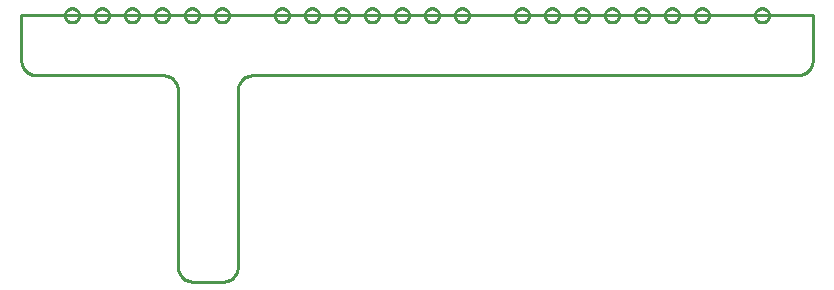
<source format=gbr>
G04 EAGLE Gerber RS-274X export*
G75*
%MOMM*%
%FSLAX34Y34*%
%LPD*%
%IN*%
%IPPOS*%
%AMOC8*
5,1,8,0,0,1.08239X$1,22.5*%
G01*
%ADD10C,0.254000*%


D10*
X7938Y190500D02*
X7986Y189393D01*
X8130Y188295D01*
X8370Y187213D01*
X8703Y186156D01*
X9127Y185133D01*
X9639Y184150D01*
X10234Y183216D01*
X10909Y182337D01*
X11657Y181520D01*
X12474Y180771D01*
X13353Y180097D01*
X14288Y179501D01*
X15270Y178990D01*
X16294Y178566D01*
X17351Y178233D01*
X18432Y177993D01*
X19531Y177848D01*
X20638Y177800D01*
X127794Y177800D01*
X128901Y177752D01*
X129999Y177607D01*
X131081Y177367D01*
X132137Y177034D01*
X133161Y176610D01*
X134144Y176099D01*
X135078Y175503D01*
X135957Y174829D01*
X136774Y174080D01*
X137523Y173263D01*
X138197Y172384D01*
X138792Y171450D01*
X139304Y170467D01*
X139728Y169444D01*
X140061Y168387D01*
X140301Y167305D01*
X140445Y166207D01*
X140494Y165100D01*
X140494Y15875D01*
X140542Y14768D01*
X140687Y13670D01*
X140927Y12588D01*
X141260Y11531D01*
X141684Y10508D01*
X142195Y9525D01*
X142791Y8591D01*
X143465Y7712D01*
X144214Y6895D01*
X145030Y6146D01*
X145909Y5472D01*
X146844Y4876D01*
X147827Y4365D01*
X148850Y3941D01*
X149907Y3608D01*
X150988Y3368D01*
X152087Y3223D01*
X153194Y3175D01*
X178594Y3175D01*
X179701Y3223D01*
X180799Y3368D01*
X181881Y3608D01*
X182937Y3941D01*
X183961Y4365D01*
X184944Y4876D01*
X185878Y5472D01*
X186757Y6146D01*
X187574Y6895D01*
X188323Y7712D01*
X188997Y8591D01*
X189592Y9525D01*
X190104Y10508D01*
X190528Y11531D01*
X190861Y12588D01*
X191101Y13670D01*
X191245Y14768D01*
X191294Y15875D01*
X191294Y165100D01*
X191342Y166207D01*
X191487Y167305D01*
X191727Y168387D01*
X192060Y169444D01*
X192484Y170467D01*
X192995Y171450D01*
X193591Y172384D01*
X194265Y173263D01*
X195014Y174080D01*
X195830Y174829D01*
X196709Y175503D01*
X197644Y176099D01*
X198627Y176610D01*
X199650Y177034D01*
X200707Y177367D01*
X201788Y177607D01*
X202887Y177752D01*
X203994Y177800D01*
X665163Y177800D01*
X666269Y177848D01*
X667368Y177993D01*
X668450Y178233D01*
X669506Y178566D01*
X670530Y178990D01*
X671513Y179501D01*
X672447Y180097D01*
X673326Y180771D01*
X674143Y181520D01*
X674891Y182337D01*
X675566Y183216D01*
X676161Y184150D01*
X676673Y185133D01*
X677097Y186156D01*
X677430Y187213D01*
X677670Y188295D01*
X677814Y189393D01*
X677863Y190500D01*
X677863Y228600D01*
X7938Y228600D01*
X7938Y190500D01*
X56800Y228263D02*
X56725Y227593D01*
X56575Y226936D01*
X56352Y226300D01*
X56060Y225693D01*
X55701Y225123D01*
X55281Y224596D01*
X54804Y224119D01*
X54278Y223699D01*
X53707Y223340D01*
X53100Y223048D01*
X52464Y222825D01*
X51807Y222675D01*
X51137Y222600D01*
X50463Y222600D01*
X49793Y222675D01*
X49136Y222825D01*
X48500Y223048D01*
X47893Y223340D01*
X47323Y223699D01*
X46796Y224119D01*
X46319Y224596D01*
X45899Y225123D01*
X45540Y225693D01*
X45248Y226300D01*
X45025Y226936D01*
X44875Y227593D01*
X44800Y228263D01*
X44800Y228937D01*
X44875Y229607D01*
X45025Y230264D01*
X45248Y230900D01*
X45540Y231507D01*
X45899Y232078D01*
X46319Y232604D01*
X46796Y233081D01*
X47323Y233501D01*
X47893Y233860D01*
X48500Y234152D01*
X49136Y234375D01*
X49793Y234525D01*
X50463Y234600D01*
X51137Y234600D01*
X51807Y234525D01*
X52464Y234375D01*
X53100Y234152D01*
X53707Y233860D01*
X54278Y233501D01*
X54804Y233081D01*
X55281Y232604D01*
X55701Y232078D01*
X56060Y231507D01*
X56352Y230900D01*
X56575Y230264D01*
X56725Y229607D01*
X56800Y228937D01*
X56800Y228263D01*
X82200Y228263D02*
X82125Y227593D01*
X81975Y226936D01*
X81752Y226300D01*
X81460Y225693D01*
X81101Y225123D01*
X80681Y224596D01*
X80204Y224119D01*
X79678Y223699D01*
X79107Y223340D01*
X78500Y223048D01*
X77864Y222825D01*
X77207Y222675D01*
X76537Y222600D01*
X75863Y222600D01*
X75193Y222675D01*
X74536Y222825D01*
X73900Y223048D01*
X73293Y223340D01*
X72723Y223699D01*
X72196Y224119D01*
X71719Y224596D01*
X71299Y225123D01*
X70940Y225693D01*
X70648Y226300D01*
X70425Y226936D01*
X70275Y227593D01*
X70200Y228263D01*
X70200Y228937D01*
X70275Y229607D01*
X70425Y230264D01*
X70648Y230900D01*
X70940Y231507D01*
X71299Y232078D01*
X71719Y232604D01*
X72196Y233081D01*
X72723Y233501D01*
X73293Y233860D01*
X73900Y234152D01*
X74536Y234375D01*
X75193Y234525D01*
X75863Y234600D01*
X76537Y234600D01*
X77207Y234525D01*
X77864Y234375D01*
X78500Y234152D01*
X79107Y233860D01*
X79678Y233501D01*
X80204Y233081D01*
X80681Y232604D01*
X81101Y232078D01*
X81460Y231507D01*
X81752Y230900D01*
X81975Y230264D01*
X82125Y229607D01*
X82200Y228937D01*
X82200Y228263D01*
X107600Y228263D02*
X107525Y227593D01*
X107375Y226936D01*
X107152Y226300D01*
X106860Y225693D01*
X106501Y225123D01*
X106081Y224596D01*
X105604Y224119D01*
X105078Y223699D01*
X104507Y223340D01*
X103900Y223048D01*
X103264Y222825D01*
X102607Y222675D01*
X101937Y222600D01*
X101263Y222600D01*
X100593Y222675D01*
X99936Y222825D01*
X99300Y223048D01*
X98693Y223340D01*
X98123Y223699D01*
X97596Y224119D01*
X97119Y224596D01*
X96699Y225123D01*
X96340Y225693D01*
X96048Y226300D01*
X95825Y226936D01*
X95675Y227593D01*
X95600Y228263D01*
X95600Y228937D01*
X95675Y229607D01*
X95825Y230264D01*
X96048Y230900D01*
X96340Y231507D01*
X96699Y232078D01*
X97119Y232604D01*
X97596Y233081D01*
X98123Y233501D01*
X98693Y233860D01*
X99300Y234152D01*
X99936Y234375D01*
X100593Y234525D01*
X101263Y234600D01*
X101937Y234600D01*
X102607Y234525D01*
X103264Y234375D01*
X103900Y234152D01*
X104507Y233860D01*
X105078Y233501D01*
X105604Y233081D01*
X106081Y232604D01*
X106501Y232078D01*
X106860Y231507D01*
X107152Y230900D01*
X107375Y230264D01*
X107525Y229607D01*
X107600Y228937D01*
X107600Y228263D01*
X133000Y228263D02*
X132925Y227593D01*
X132775Y226936D01*
X132552Y226300D01*
X132260Y225693D01*
X131901Y225123D01*
X131481Y224596D01*
X131004Y224119D01*
X130478Y223699D01*
X129907Y223340D01*
X129300Y223048D01*
X128664Y222825D01*
X128007Y222675D01*
X127337Y222600D01*
X126663Y222600D01*
X125993Y222675D01*
X125336Y222825D01*
X124700Y223048D01*
X124093Y223340D01*
X123523Y223699D01*
X122996Y224119D01*
X122519Y224596D01*
X122099Y225123D01*
X121740Y225693D01*
X121448Y226300D01*
X121225Y226936D01*
X121075Y227593D01*
X121000Y228263D01*
X121000Y228937D01*
X121075Y229607D01*
X121225Y230264D01*
X121448Y230900D01*
X121740Y231507D01*
X122099Y232078D01*
X122519Y232604D01*
X122996Y233081D01*
X123523Y233501D01*
X124093Y233860D01*
X124700Y234152D01*
X125336Y234375D01*
X125993Y234525D01*
X126663Y234600D01*
X127337Y234600D01*
X128007Y234525D01*
X128664Y234375D01*
X129300Y234152D01*
X129907Y233860D01*
X130478Y233501D01*
X131004Y233081D01*
X131481Y232604D01*
X131901Y232078D01*
X132260Y231507D01*
X132552Y230900D01*
X132775Y230264D01*
X132925Y229607D01*
X133000Y228937D01*
X133000Y228263D01*
X158400Y228263D02*
X158325Y227593D01*
X158175Y226936D01*
X157952Y226300D01*
X157660Y225693D01*
X157301Y225123D01*
X156881Y224596D01*
X156404Y224119D01*
X155878Y223699D01*
X155307Y223340D01*
X154700Y223048D01*
X154064Y222825D01*
X153407Y222675D01*
X152737Y222600D01*
X152063Y222600D01*
X151393Y222675D01*
X150736Y222825D01*
X150100Y223048D01*
X149493Y223340D01*
X148923Y223699D01*
X148396Y224119D01*
X147919Y224596D01*
X147499Y225123D01*
X147140Y225693D01*
X146848Y226300D01*
X146625Y226936D01*
X146475Y227593D01*
X146400Y228263D01*
X146400Y228937D01*
X146475Y229607D01*
X146625Y230264D01*
X146848Y230900D01*
X147140Y231507D01*
X147499Y232078D01*
X147919Y232604D01*
X148396Y233081D01*
X148923Y233501D01*
X149493Y233860D01*
X150100Y234152D01*
X150736Y234375D01*
X151393Y234525D01*
X152063Y234600D01*
X152737Y234600D01*
X153407Y234525D01*
X154064Y234375D01*
X154700Y234152D01*
X155307Y233860D01*
X155878Y233501D01*
X156404Y233081D01*
X156881Y232604D01*
X157301Y232078D01*
X157660Y231507D01*
X157952Y230900D01*
X158175Y230264D01*
X158325Y229607D01*
X158400Y228937D01*
X158400Y228263D01*
X183800Y228263D02*
X183725Y227593D01*
X183575Y226936D01*
X183352Y226300D01*
X183060Y225693D01*
X182701Y225123D01*
X182281Y224596D01*
X181804Y224119D01*
X181278Y223699D01*
X180707Y223340D01*
X180100Y223048D01*
X179464Y222825D01*
X178807Y222675D01*
X178137Y222600D01*
X177463Y222600D01*
X176793Y222675D01*
X176136Y222825D01*
X175500Y223048D01*
X174893Y223340D01*
X174323Y223699D01*
X173796Y224119D01*
X173319Y224596D01*
X172899Y225123D01*
X172540Y225693D01*
X172248Y226300D01*
X172025Y226936D01*
X171875Y227593D01*
X171800Y228263D01*
X171800Y228937D01*
X171875Y229607D01*
X172025Y230264D01*
X172248Y230900D01*
X172540Y231507D01*
X172899Y232078D01*
X173319Y232604D01*
X173796Y233081D01*
X174323Y233501D01*
X174893Y233860D01*
X175500Y234152D01*
X176136Y234375D01*
X176793Y234525D01*
X177463Y234600D01*
X178137Y234600D01*
X178807Y234525D01*
X179464Y234375D01*
X180100Y234152D01*
X180707Y233860D01*
X181278Y233501D01*
X181804Y233081D01*
X182281Y232604D01*
X182701Y232078D01*
X183060Y231507D01*
X183352Y230900D01*
X183575Y230264D01*
X183725Y229607D01*
X183800Y228937D01*
X183800Y228263D01*
X234600Y228263D02*
X234525Y227593D01*
X234375Y226936D01*
X234152Y226300D01*
X233860Y225693D01*
X233501Y225123D01*
X233081Y224596D01*
X232604Y224119D01*
X232078Y223699D01*
X231507Y223340D01*
X230900Y223048D01*
X230264Y222825D01*
X229607Y222675D01*
X228937Y222600D01*
X228263Y222600D01*
X227593Y222675D01*
X226936Y222825D01*
X226300Y223048D01*
X225693Y223340D01*
X225123Y223699D01*
X224596Y224119D01*
X224119Y224596D01*
X223699Y225123D01*
X223340Y225693D01*
X223048Y226300D01*
X222825Y226936D01*
X222675Y227593D01*
X222600Y228263D01*
X222600Y228937D01*
X222675Y229607D01*
X222825Y230264D01*
X223048Y230900D01*
X223340Y231507D01*
X223699Y232078D01*
X224119Y232604D01*
X224596Y233081D01*
X225123Y233501D01*
X225693Y233860D01*
X226300Y234152D01*
X226936Y234375D01*
X227593Y234525D01*
X228263Y234600D01*
X228937Y234600D01*
X229607Y234525D01*
X230264Y234375D01*
X230900Y234152D01*
X231507Y233860D01*
X232078Y233501D01*
X232604Y233081D01*
X233081Y232604D01*
X233501Y232078D01*
X233860Y231507D01*
X234152Y230900D01*
X234375Y230264D01*
X234525Y229607D01*
X234600Y228937D01*
X234600Y228263D01*
X260000Y228263D02*
X259925Y227593D01*
X259775Y226936D01*
X259552Y226300D01*
X259260Y225693D01*
X258901Y225123D01*
X258481Y224596D01*
X258004Y224119D01*
X257478Y223699D01*
X256907Y223340D01*
X256300Y223048D01*
X255664Y222825D01*
X255007Y222675D01*
X254337Y222600D01*
X253663Y222600D01*
X252993Y222675D01*
X252336Y222825D01*
X251700Y223048D01*
X251093Y223340D01*
X250523Y223699D01*
X249996Y224119D01*
X249519Y224596D01*
X249099Y225123D01*
X248740Y225693D01*
X248448Y226300D01*
X248225Y226936D01*
X248075Y227593D01*
X248000Y228263D01*
X248000Y228937D01*
X248075Y229607D01*
X248225Y230264D01*
X248448Y230900D01*
X248740Y231507D01*
X249099Y232078D01*
X249519Y232604D01*
X249996Y233081D01*
X250523Y233501D01*
X251093Y233860D01*
X251700Y234152D01*
X252336Y234375D01*
X252993Y234525D01*
X253663Y234600D01*
X254337Y234600D01*
X255007Y234525D01*
X255664Y234375D01*
X256300Y234152D01*
X256907Y233860D01*
X257478Y233501D01*
X258004Y233081D01*
X258481Y232604D01*
X258901Y232078D01*
X259260Y231507D01*
X259552Y230900D01*
X259775Y230264D01*
X259925Y229607D01*
X260000Y228937D01*
X260000Y228263D01*
X285400Y228263D02*
X285325Y227593D01*
X285175Y226936D01*
X284952Y226300D01*
X284660Y225693D01*
X284301Y225123D01*
X283881Y224596D01*
X283404Y224119D01*
X282878Y223699D01*
X282307Y223340D01*
X281700Y223048D01*
X281064Y222825D01*
X280407Y222675D01*
X279737Y222600D01*
X279063Y222600D01*
X278393Y222675D01*
X277736Y222825D01*
X277100Y223048D01*
X276493Y223340D01*
X275923Y223699D01*
X275396Y224119D01*
X274919Y224596D01*
X274499Y225123D01*
X274140Y225693D01*
X273848Y226300D01*
X273625Y226936D01*
X273475Y227593D01*
X273400Y228263D01*
X273400Y228937D01*
X273475Y229607D01*
X273625Y230264D01*
X273848Y230900D01*
X274140Y231507D01*
X274499Y232078D01*
X274919Y232604D01*
X275396Y233081D01*
X275923Y233501D01*
X276493Y233860D01*
X277100Y234152D01*
X277736Y234375D01*
X278393Y234525D01*
X279063Y234600D01*
X279737Y234600D01*
X280407Y234525D01*
X281064Y234375D01*
X281700Y234152D01*
X282307Y233860D01*
X282878Y233501D01*
X283404Y233081D01*
X283881Y232604D01*
X284301Y232078D01*
X284660Y231507D01*
X284952Y230900D01*
X285175Y230264D01*
X285325Y229607D01*
X285400Y228937D01*
X285400Y228263D01*
X310800Y228263D02*
X310725Y227593D01*
X310575Y226936D01*
X310352Y226300D01*
X310060Y225693D01*
X309701Y225123D01*
X309281Y224596D01*
X308804Y224119D01*
X308278Y223699D01*
X307707Y223340D01*
X307100Y223048D01*
X306464Y222825D01*
X305807Y222675D01*
X305137Y222600D01*
X304463Y222600D01*
X303793Y222675D01*
X303136Y222825D01*
X302500Y223048D01*
X301893Y223340D01*
X301323Y223699D01*
X300796Y224119D01*
X300319Y224596D01*
X299899Y225123D01*
X299540Y225693D01*
X299248Y226300D01*
X299025Y226936D01*
X298875Y227593D01*
X298800Y228263D01*
X298800Y228937D01*
X298875Y229607D01*
X299025Y230264D01*
X299248Y230900D01*
X299540Y231507D01*
X299899Y232078D01*
X300319Y232604D01*
X300796Y233081D01*
X301323Y233501D01*
X301893Y233860D01*
X302500Y234152D01*
X303136Y234375D01*
X303793Y234525D01*
X304463Y234600D01*
X305137Y234600D01*
X305807Y234525D01*
X306464Y234375D01*
X307100Y234152D01*
X307707Y233860D01*
X308278Y233501D01*
X308804Y233081D01*
X309281Y232604D01*
X309701Y232078D01*
X310060Y231507D01*
X310352Y230900D01*
X310575Y230264D01*
X310725Y229607D01*
X310800Y228937D01*
X310800Y228263D01*
X336200Y228263D02*
X336125Y227593D01*
X335975Y226936D01*
X335752Y226300D01*
X335460Y225693D01*
X335101Y225123D01*
X334681Y224596D01*
X334204Y224119D01*
X333678Y223699D01*
X333107Y223340D01*
X332500Y223048D01*
X331864Y222825D01*
X331207Y222675D01*
X330537Y222600D01*
X329863Y222600D01*
X329193Y222675D01*
X328536Y222825D01*
X327900Y223048D01*
X327293Y223340D01*
X326723Y223699D01*
X326196Y224119D01*
X325719Y224596D01*
X325299Y225123D01*
X324940Y225693D01*
X324648Y226300D01*
X324425Y226936D01*
X324275Y227593D01*
X324200Y228263D01*
X324200Y228937D01*
X324275Y229607D01*
X324425Y230264D01*
X324648Y230900D01*
X324940Y231507D01*
X325299Y232078D01*
X325719Y232604D01*
X326196Y233081D01*
X326723Y233501D01*
X327293Y233860D01*
X327900Y234152D01*
X328536Y234375D01*
X329193Y234525D01*
X329863Y234600D01*
X330537Y234600D01*
X331207Y234525D01*
X331864Y234375D01*
X332500Y234152D01*
X333107Y233860D01*
X333678Y233501D01*
X334204Y233081D01*
X334681Y232604D01*
X335101Y232078D01*
X335460Y231507D01*
X335752Y230900D01*
X335975Y230264D01*
X336125Y229607D01*
X336200Y228937D01*
X336200Y228263D01*
X361600Y228263D02*
X361525Y227593D01*
X361375Y226936D01*
X361152Y226300D01*
X360860Y225693D01*
X360501Y225123D01*
X360081Y224596D01*
X359604Y224119D01*
X359078Y223699D01*
X358507Y223340D01*
X357900Y223048D01*
X357264Y222825D01*
X356607Y222675D01*
X355937Y222600D01*
X355263Y222600D01*
X354593Y222675D01*
X353936Y222825D01*
X353300Y223048D01*
X352693Y223340D01*
X352123Y223699D01*
X351596Y224119D01*
X351119Y224596D01*
X350699Y225123D01*
X350340Y225693D01*
X350048Y226300D01*
X349825Y226936D01*
X349675Y227593D01*
X349600Y228263D01*
X349600Y228937D01*
X349675Y229607D01*
X349825Y230264D01*
X350048Y230900D01*
X350340Y231507D01*
X350699Y232078D01*
X351119Y232604D01*
X351596Y233081D01*
X352123Y233501D01*
X352693Y233860D01*
X353300Y234152D01*
X353936Y234375D01*
X354593Y234525D01*
X355263Y234600D01*
X355937Y234600D01*
X356607Y234525D01*
X357264Y234375D01*
X357900Y234152D01*
X358507Y233860D01*
X359078Y233501D01*
X359604Y233081D01*
X360081Y232604D01*
X360501Y232078D01*
X360860Y231507D01*
X361152Y230900D01*
X361375Y230264D01*
X361525Y229607D01*
X361600Y228937D01*
X361600Y228263D01*
X387000Y228263D02*
X386925Y227593D01*
X386775Y226936D01*
X386552Y226300D01*
X386260Y225693D01*
X385901Y225123D01*
X385481Y224596D01*
X385004Y224119D01*
X384478Y223699D01*
X383907Y223340D01*
X383300Y223048D01*
X382664Y222825D01*
X382007Y222675D01*
X381337Y222600D01*
X380663Y222600D01*
X379993Y222675D01*
X379336Y222825D01*
X378700Y223048D01*
X378093Y223340D01*
X377523Y223699D01*
X376996Y224119D01*
X376519Y224596D01*
X376099Y225123D01*
X375740Y225693D01*
X375448Y226300D01*
X375225Y226936D01*
X375075Y227593D01*
X375000Y228263D01*
X375000Y228937D01*
X375075Y229607D01*
X375225Y230264D01*
X375448Y230900D01*
X375740Y231507D01*
X376099Y232078D01*
X376519Y232604D01*
X376996Y233081D01*
X377523Y233501D01*
X378093Y233860D01*
X378700Y234152D01*
X379336Y234375D01*
X379993Y234525D01*
X380663Y234600D01*
X381337Y234600D01*
X382007Y234525D01*
X382664Y234375D01*
X383300Y234152D01*
X383907Y233860D01*
X384478Y233501D01*
X385004Y233081D01*
X385481Y232604D01*
X385901Y232078D01*
X386260Y231507D01*
X386552Y230900D01*
X386775Y230264D01*
X386925Y229607D01*
X387000Y228937D01*
X387000Y228263D01*
X437800Y228263D02*
X437725Y227593D01*
X437575Y226936D01*
X437352Y226300D01*
X437060Y225693D01*
X436701Y225123D01*
X436281Y224596D01*
X435804Y224119D01*
X435278Y223699D01*
X434707Y223340D01*
X434100Y223048D01*
X433464Y222825D01*
X432807Y222675D01*
X432137Y222600D01*
X431463Y222600D01*
X430793Y222675D01*
X430136Y222825D01*
X429500Y223048D01*
X428893Y223340D01*
X428323Y223699D01*
X427796Y224119D01*
X427319Y224596D01*
X426899Y225123D01*
X426540Y225693D01*
X426248Y226300D01*
X426025Y226936D01*
X425875Y227593D01*
X425800Y228263D01*
X425800Y228937D01*
X425875Y229607D01*
X426025Y230264D01*
X426248Y230900D01*
X426540Y231507D01*
X426899Y232078D01*
X427319Y232604D01*
X427796Y233081D01*
X428323Y233501D01*
X428893Y233860D01*
X429500Y234152D01*
X430136Y234375D01*
X430793Y234525D01*
X431463Y234600D01*
X432137Y234600D01*
X432807Y234525D01*
X433464Y234375D01*
X434100Y234152D01*
X434707Y233860D01*
X435278Y233501D01*
X435804Y233081D01*
X436281Y232604D01*
X436701Y232078D01*
X437060Y231507D01*
X437352Y230900D01*
X437575Y230264D01*
X437725Y229607D01*
X437800Y228937D01*
X437800Y228263D01*
X463200Y228263D02*
X463125Y227593D01*
X462975Y226936D01*
X462752Y226300D01*
X462460Y225693D01*
X462101Y225123D01*
X461681Y224596D01*
X461204Y224119D01*
X460678Y223699D01*
X460107Y223340D01*
X459500Y223048D01*
X458864Y222825D01*
X458207Y222675D01*
X457537Y222600D01*
X456863Y222600D01*
X456193Y222675D01*
X455536Y222825D01*
X454900Y223048D01*
X454293Y223340D01*
X453723Y223699D01*
X453196Y224119D01*
X452719Y224596D01*
X452299Y225123D01*
X451940Y225693D01*
X451648Y226300D01*
X451425Y226936D01*
X451275Y227593D01*
X451200Y228263D01*
X451200Y228937D01*
X451275Y229607D01*
X451425Y230264D01*
X451648Y230900D01*
X451940Y231507D01*
X452299Y232078D01*
X452719Y232604D01*
X453196Y233081D01*
X453723Y233501D01*
X454293Y233860D01*
X454900Y234152D01*
X455536Y234375D01*
X456193Y234525D01*
X456863Y234600D01*
X457537Y234600D01*
X458207Y234525D01*
X458864Y234375D01*
X459500Y234152D01*
X460107Y233860D01*
X460678Y233501D01*
X461204Y233081D01*
X461681Y232604D01*
X462101Y232078D01*
X462460Y231507D01*
X462752Y230900D01*
X462975Y230264D01*
X463125Y229607D01*
X463200Y228937D01*
X463200Y228263D01*
X488600Y228263D02*
X488525Y227593D01*
X488375Y226936D01*
X488152Y226300D01*
X487860Y225693D01*
X487501Y225123D01*
X487081Y224596D01*
X486604Y224119D01*
X486078Y223699D01*
X485507Y223340D01*
X484900Y223048D01*
X484264Y222825D01*
X483607Y222675D01*
X482937Y222600D01*
X482263Y222600D01*
X481593Y222675D01*
X480936Y222825D01*
X480300Y223048D01*
X479693Y223340D01*
X479123Y223699D01*
X478596Y224119D01*
X478119Y224596D01*
X477699Y225123D01*
X477340Y225693D01*
X477048Y226300D01*
X476825Y226936D01*
X476675Y227593D01*
X476600Y228263D01*
X476600Y228937D01*
X476675Y229607D01*
X476825Y230264D01*
X477048Y230900D01*
X477340Y231507D01*
X477699Y232078D01*
X478119Y232604D01*
X478596Y233081D01*
X479123Y233501D01*
X479693Y233860D01*
X480300Y234152D01*
X480936Y234375D01*
X481593Y234525D01*
X482263Y234600D01*
X482937Y234600D01*
X483607Y234525D01*
X484264Y234375D01*
X484900Y234152D01*
X485507Y233860D01*
X486078Y233501D01*
X486604Y233081D01*
X487081Y232604D01*
X487501Y232078D01*
X487860Y231507D01*
X488152Y230900D01*
X488375Y230264D01*
X488525Y229607D01*
X488600Y228937D01*
X488600Y228263D01*
X514000Y228263D02*
X513925Y227593D01*
X513775Y226936D01*
X513552Y226300D01*
X513260Y225693D01*
X512901Y225123D01*
X512481Y224596D01*
X512004Y224119D01*
X511478Y223699D01*
X510907Y223340D01*
X510300Y223048D01*
X509664Y222825D01*
X509007Y222675D01*
X508337Y222600D01*
X507663Y222600D01*
X506993Y222675D01*
X506336Y222825D01*
X505700Y223048D01*
X505093Y223340D01*
X504523Y223699D01*
X503996Y224119D01*
X503519Y224596D01*
X503099Y225123D01*
X502740Y225693D01*
X502448Y226300D01*
X502225Y226936D01*
X502075Y227593D01*
X502000Y228263D01*
X502000Y228937D01*
X502075Y229607D01*
X502225Y230264D01*
X502448Y230900D01*
X502740Y231507D01*
X503099Y232078D01*
X503519Y232604D01*
X503996Y233081D01*
X504523Y233501D01*
X505093Y233860D01*
X505700Y234152D01*
X506336Y234375D01*
X506993Y234525D01*
X507663Y234600D01*
X508337Y234600D01*
X509007Y234525D01*
X509664Y234375D01*
X510300Y234152D01*
X510907Y233860D01*
X511478Y233501D01*
X512004Y233081D01*
X512481Y232604D01*
X512901Y232078D01*
X513260Y231507D01*
X513552Y230900D01*
X513775Y230264D01*
X513925Y229607D01*
X514000Y228937D01*
X514000Y228263D01*
X539400Y228263D02*
X539325Y227593D01*
X539175Y226936D01*
X538952Y226300D01*
X538660Y225693D01*
X538301Y225123D01*
X537881Y224596D01*
X537404Y224119D01*
X536878Y223699D01*
X536307Y223340D01*
X535700Y223048D01*
X535064Y222825D01*
X534407Y222675D01*
X533737Y222600D01*
X533063Y222600D01*
X532393Y222675D01*
X531736Y222825D01*
X531100Y223048D01*
X530493Y223340D01*
X529923Y223699D01*
X529396Y224119D01*
X528919Y224596D01*
X528499Y225123D01*
X528140Y225693D01*
X527848Y226300D01*
X527625Y226936D01*
X527475Y227593D01*
X527400Y228263D01*
X527400Y228937D01*
X527475Y229607D01*
X527625Y230264D01*
X527848Y230900D01*
X528140Y231507D01*
X528499Y232078D01*
X528919Y232604D01*
X529396Y233081D01*
X529923Y233501D01*
X530493Y233860D01*
X531100Y234152D01*
X531736Y234375D01*
X532393Y234525D01*
X533063Y234600D01*
X533737Y234600D01*
X534407Y234525D01*
X535064Y234375D01*
X535700Y234152D01*
X536307Y233860D01*
X536878Y233501D01*
X537404Y233081D01*
X537881Y232604D01*
X538301Y232078D01*
X538660Y231507D01*
X538952Y230900D01*
X539175Y230264D01*
X539325Y229607D01*
X539400Y228937D01*
X539400Y228263D01*
X564800Y228263D02*
X564725Y227593D01*
X564575Y226936D01*
X564352Y226300D01*
X564060Y225693D01*
X563701Y225123D01*
X563281Y224596D01*
X562804Y224119D01*
X562278Y223699D01*
X561707Y223340D01*
X561100Y223048D01*
X560464Y222825D01*
X559807Y222675D01*
X559137Y222600D01*
X558463Y222600D01*
X557793Y222675D01*
X557136Y222825D01*
X556500Y223048D01*
X555893Y223340D01*
X555323Y223699D01*
X554796Y224119D01*
X554319Y224596D01*
X553899Y225123D01*
X553540Y225693D01*
X553248Y226300D01*
X553025Y226936D01*
X552875Y227593D01*
X552800Y228263D01*
X552800Y228937D01*
X552875Y229607D01*
X553025Y230264D01*
X553248Y230900D01*
X553540Y231507D01*
X553899Y232078D01*
X554319Y232604D01*
X554796Y233081D01*
X555323Y233501D01*
X555893Y233860D01*
X556500Y234152D01*
X557136Y234375D01*
X557793Y234525D01*
X558463Y234600D01*
X559137Y234600D01*
X559807Y234525D01*
X560464Y234375D01*
X561100Y234152D01*
X561707Y233860D01*
X562278Y233501D01*
X562804Y233081D01*
X563281Y232604D01*
X563701Y232078D01*
X564060Y231507D01*
X564352Y230900D01*
X564575Y230264D01*
X564725Y229607D01*
X564800Y228937D01*
X564800Y228263D01*
X590200Y228263D02*
X590125Y227593D01*
X589975Y226936D01*
X589752Y226300D01*
X589460Y225693D01*
X589101Y225123D01*
X588681Y224596D01*
X588204Y224119D01*
X587678Y223699D01*
X587107Y223340D01*
X586500Y223048D01*
X585864Y222825D01*
X585207Y222675D01*
X584537Y222600D01*
X583863Y222600D01*
X583193Y222675D01*
X582536Y222825D01*
X581900Y223048D01*
X581293Y223340D01*
X580723Y223699D01*
X580196Y224119D01*
X579719Y224596D01*
X579299Y225123D01*
X578940Y225693D01*
X578648Y226300D01*
X578425Y226936D01*
X578275Y227593D01*
X578200Y228263D01*
X578200Y228937D01*
X578275Y229607D01*
X578425Y230264D01*
X578648Y230900D01*
X578940Y231507D01*
X579299Y232078D01*
X579719Y232604D01*
X580196Y233081D01*
X580723Y233501D01*
X581293Y233860D01*
X581900Y234152D01*
X582536Y234375D01*
X583193Y234525D01*
X583863Y234600D01*
X584537Y234600D01*
X585207Y234525D01*
X585864Y234375D01*
X586500Y234152D01*
X587107Y233860D01*
X587678Y233501D01*
X588204Y233081D01*
X588681Y232604D01*
X589101Y232078D01*
X589460Y231507D01*
X589752Y230900D01*
X589975Y230264D01*
X590125Y229607D01*
X590200Y228937D01*
X590200Y228263D01*
X641000Y228263D02*
X640925Y227593D01*
X640775Y226936D01*
X640552Y226300D01*
X640260Y225693D01*
X639901Y225123D01*
X639481Y224596D01*
X639004Y224119D01*
X638478Y223699D01*
X637907Y223340D01*
X637300Y223048D01*
X636664Y222825D01*
X636007Y222675D01*
X635337Y222600D01*
X634663Y222600D01*
X633993Y222675D01*
X633336Y222825D01*
X632700Y223048D01*
X632093Y223340D01*
X631523Y223699D01*
X630996Y224119D01*
X630519Y224596D01*
X630099Y225123D01*
X629740Y225693D01*
X629448Y226300D01*
X629225Y226936D01*
X629075Y227593D01*
X629000Y228263D01*
X629000Y228937D01*
X629075Y229607D01*
X629225Y230264D01*
X629448Y230900D01*
X629740Y231507D01*
X630099Y232078D01*
X630519Y232604D01*
X630996Y233081D01*
X631523Y233501D01*
X632093Y233860D01*
X632700Y234152D01*
X633336Y234375D01*
X633993Y234525D01*
X634663Y234600D01*
X635337Y234600D01*
X636007Y234525D01*
X636664Y234375D01*
X637300Y234152D01*
X637907Y233860D01*
X638478Y233501D01*
X639004Y233081D01*
X639481Y232604D01*
X639901Y232078D01*
X640260Y231507D01*
X640552Y230900D01*
X640775Y230264D01*
X640925Y229607D01*
X641000Y228937D01*
X641000Y228263D01*
M02*

</source>
